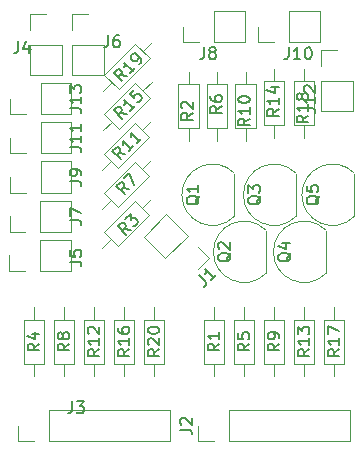
<source format=gbr>
G04 #@! TF.GenerationSoftware,KiCad,Pcbnew,(2017-06-21 revision 375ec9f)-master*
G04 #@! TF.CreationDate,2018-12-30T23:55:28-05:00*
G04 #@! TF.ProjectId,pantry_monitor,70616E7472795F6D6F6E69746F722E6B,rev?*
G04 #@! TF.SameCoordinates,Original
G04 #@! TF.FileFunction,Legend,Top*
G04 #@! TF.FilePolarity,Positive*
%FSLAX46Y46*%
G04 Gerber Fmt 4.6, Leading zero omitted, Abs format (unit mm)*
G04 Created by KiCad (PCBNEW (2017-06-21 revision 375ec9f)-master) date Sun Dec 30 23:55:28 2018*
%MOMM*%
%LPD*%
G01*
G04 APERTURE LIST*
%ADD10C,0.100000*%
%ADD11C,0.120000*%
%ADD12C,0.150000*%
G04 APERTURE END LIST*
D10*
D11*
X114996286Y-110175900D02*
X115752891Y-109419295D01*
X119139932Y-106032254D02*
X118383328Y-106788858D01*
X116361002Y-110027407D02*
X118991440Y-107396970D01*
X115144779Y-108811184D02*
X116361002Y-110027407D01*
X117775216Y-106180746D02*
X115144779Y-108811184D01*
X118991440Y-107396970D02*
X117775216Y-106180746D01*
X124054904Y-110998000D02*
X123114452Y-111938452D01*
X123114452Y-110057548D02*
X124054904Y-110998000D01*
X120335522Y-111040426D02*
X122216426Y-109159522D01*
X118497045Y-109201949D02*
X120335522Y-111040426D01*
X120377949Y-107321045D02*
X118497045Y-109201949D01*
X122216426Y-109159522D02*
X120377949Y-107321045D01*
X125730000Y-126552000D02*
X135950000Y-126552000D01*
X135950000Y-126552000D02*
X135950000Y-123892000D01*
X135950000Y-123892000D02*
X125730000Y-123892000D01*
X125730000Y-123892000D02*
X125730000Y-126552000D01*
X124460000Y-126552000D02*
X123130000Y-126552000D01*
X123130000Y-126552000D02*
X123130000Y-125222000D01*
X107890000Y-126552000D02*
X107890000Y-125222000D01*
X109220000Y-126552000D02*
X107890000Y-126552000D01*
X110490000Y-123892000D02*
X110490000Y-126552000D01*
X120710000Y-123892000D02*
X110490000Y-123892000D01*
X120710000Y-126552000D02*
X120710000Y-123892000D01*
X110490000Y-126552000D02*
X120710000Y-126552000D01*
X108906000Y-90364000D02*
X110236000Y-90364000D01*
X108906000Y-91694000D02*
X108906000Y-90364000D01*
X111566000Y-92964000D02*
X108906000Y-92964000D01*
X111566000Y-95564000D02*
X111566000Y-92964000D01*
X108906000Y-95564000D02*
X111566000Y-95564000D01*
X108906000Y-92964000D02*
X108906000Y-95564000D01*
X109728000Y-112124800D02*
X112328000Y-112124800D01*
X112328000Y-112124800D02*
X112328000Y-109464800D01*
X112328000Y-109464800D02*
X109728000Y-109464800D01*
X109728000Y-109464800D02*
X109728000Y-112124800D01*
X108458000Y-112124800D02*
X107128000Y-112124800D01*
X107128000Y-112124800D02*
X107128000Y-110794800D01*
X112462000Y-90364000D02*
X113792000Y-90364000D01*
X112462000Y-91694000D02*
X112462000Y-90364000D01*
X115122000Y-92964000D02*
X112462000Y-92964000D01*
X115122000Y-95564000D02*
X115122000Y-92964000D01*
X112462000Y-95564000D02*
X115122000Y-95564000D01*
X112462000Y-92964000D02*
X112462000Y-95564000D01*
X107153400Y-108822800D02*
X107153400Y-107492800D01*
X108483400Y-108822800D02*
X107153400Y-108822800D01*
X109753400Y-106162800D02*
X109753400Y-108822800D01*
X112353400Y-106162800D02*
X109753400Y-106162800D01*
X112353400Y-108822800D02*
X112353400Y-106162800D01*
X109753400Y-108822800D02*
X112353400Y-108822800D01*
X124460000Y-92770000D02*
X127060000Y-92770000D01*
X127060000Y-92770000D02*
X127060000Y-90110000D01*
X127060000Y-90110000D02*
X124460000Y-90110000D01*
X124460000Y-90110000D02*
X124460000Y-92770000D01*
X123190000Y-92770000D02*
X121860000Y-92770000D01*
X121860000Y-92770000D02*
X121860000Y-91440000D01*
X109778800Y-105495400D02*
X112378800Y-105495400D01*
X112378800Y-105495400D02*
X112378800Y-102835400D01*
X112378800Y-102835400D02*
X109778800Y-102835400D01*
X109778800Y-102835400D02*
X109778800Y-105495400D01*
X108508800Y-105495400D02*
X107178800Y-105495400D01*
X107178800Y-105495400D02*
X107178800Y-104165400D01*
X130810000Y-92770000D02*
X133410000Y-92770000D01*
X133410000Y-92770000D02*
X133410000Y-90110000D01*
X133410000Y-90110000D02*
X130810000Y-90110000D01*
X130810000Y-90110000D02*
X130810000Y-92770000D01*
X129540000Y-92770000D02*
X128210000Y-92770000D01*
X128210000Y-92770000D02*
X128210000Y-91440000D01*
X107178800Y-102168000D02*
X107178800Y-100838000D01*
X108508800Y-102168000D02*
X107178800Y-102168000D01*
X109778800Y-99508000D02*
X109778800Y-102168000D01*
X112378800Y-99508000D02*
X109778800Y-99508000D01*
X112378800Y-102168000D02*
X112378800Y-99508000D01*
X109778800Y-102168000D02*
X112378800Y-102168000D01*
X133544000Y-93412000D02*
X134874000Y-93412000D01*
X133544000Y-94742000D02*
X133544000Y-93412000D01*
X136204000Y-96012000D02*
X133544000Y-96012000D01*
X136204000Y-98612000D02*
X136204000Y-96012000D01*
X133544000Y-98612000D02*
X136204000Y-98612000D01*
X133544000Y-96012000D02*
X133544000Y-98612000D01*
X109778800Y-98866000D02*
X112378800Y-98866000D01*
X112378800Y-98866000D02*
X112378800Y-96206000D01*
X112378800Y-96206000D02*
X109778800Y-96206000D01*
X109778800Y-96206000D02*
X109778800Y-98866000D01*
X108508800Y-98866000D02*
X107178800Y-98866000D01*
X107178800Y-98866000D02*
X107178800Y-97536000D01*
X124460000Y-115180000D02*
X124460000Y-116250000D01*
X124460000Y-121040000D02*
X124460000Y-119970000D01*
X123600000Y-116250000D02*
X123600000Y-119970000D01*
X125320000Y-116250000D02*
X123600000Y-116250000D01*
X125320000Y-119970000D02*
X125320000Y-116250000D01*
X123600000Y-119970000D02*
X125320000Y-119970000D01*
X122301000Y-101101000D02*
X122301000Y-100031000D01*
X122301000Y-95241000D02*
X122301000Y-96311000D01*
X123161000Y-100031000D02*
X123161000Y-96311000D01*
X121441000Y-100031000D02*
X123161000Y-100031000D01*
X121441000Y-96311000D02*
X121441000Y-100031000D01*
X123161000Y-96311000D02*
X121441000Y-96311000D01*
X108360000Y-119970000D02*
X110080000Y-119970000D01*
X110080000Y-119970000D02*
X110080000Y-116250000D01*
X110080000Y-116250000D02*
X108360000Y-116250000D01*
X108360000Y-116250000D02*
X108360000Y-119970000D01*
X109220000Y-121040000D02*
X109220000Y-119970000D01*
X109220000Y-115180000D02*
X109220000Y-116250000D01*
X126140000Y-119970000D02*
X127860000Y-119970000D01*
X127860000Y-119970000D02*
X127860000Y-116250000D01*
X127860000Y-116250000D02*
X126140000Y-116250000D01*
X126140000Y-116250000D02*
X126140000Y-119970000D01*
X127000000Y-121040000D02*
X127000000Y-119970000D01*
X127000000Y-115180000D02*
X127000000Y-116250000D01*
X124714000Y-101101000D02*
X124714000Y-100031000D01*
X124714000Y-95241000D02*
X124714000Y-96311000D01*
X125574000Y-100031000D02*
X125574000Y-96311000D01*
X123854000Y-100031000D02*
X125574000Y-100031000D01*
X123854000Y-96311000D02*
X123854000Y-100031000D01*
X125574000Y-96311000D02*
X123854000Y-96311000D01*
X118991440Y-104094970D02*
X117775216Y-102878746D01*
X117775216Y-102878746D02*
X115144779Y-105509184D01*
X115144779Y-105509184D02*
X116361002Y-106725407D01*
X116361002Y-106725407D02*
X118991440Y-104094970D01*
X119139932Y-102730254D02*
X118383328Y-103486858D01*
X114996286Y-106873900D02*
X115752891Y-106117295D01*
X111760000Y-115180000D02*
X111760000Y-116250000D01*
X111760000Y-121040000D02*
X111760000Y-119970000D01*
X110900000Y-116250000D02*
X110900000Y-119970000D01*
X112620000Y-116250000D02*
X110900000Y-116250000D01*
X112620000Y-119970000D02*
X112620000Y-116250000D01*
X110900000Y-119970000D02*
X112620000Y-119970000D01*
X129540000Y-115180000D02*
X129540000Y-116250000D01*
X129540000Y-121040000D02*
X129540000Y-119970000D01*
X128680000Y-116250000D02*
X128680000Y-119970000D01*
X130400000Y-116250000D02*
X128680000Y-116250000D01*
X130400000Y-119970000D02*
X130400000Y-116250000D01*
X128680000Y-119970000D02*
X130400000Y-119970000D01*
X127127000Y-101101000D02*
X127127000Y-100031000D01*
X127127000Y-95241000D02*
X127127000Y-96311000D01*
X127987000Y-100031000D02*
X127987000Y-96311000D01*
X126267000Y-100031000D02*
X127987000Y-100031000D01*
X126267000Y-96311000D02*
X126267000Y-100031000D01*
X127987000Y-96311000D02*
X126267000Y-96311000D01*
X118990254Y-100767570D02*
X117774030Y-99551346D01*
X117774030Y-99551346D02*
X115143593Y-102181784D01*
X115143593Y-102181784D02*
X116359816Y-103398007D01*
X116359816Y-103398007D02*
X118990254Y-100767570D01*
X119138746Y-99402854D02*
X118382142Y-100159458D01*
X114995100Y-103546500D02*
X115751705Y-102789895D01*
X113440000Y-119970000D02*
X115160000Y-119970000D01*
X115160000Y-119970000D02*
X115160000Y-116250000D01*
X115160000Y-116250000D02*
X113440000Y-116250000D01*
X113440000Y-116250000D02*
X113440000Y-119970000D01*
X114300000Y-121040000D02*
X114300000Y-119970000D01*
X114300000Y-115180000D02*
X114300000Y-116250000D01*
X132080000Y-115180000D02*
X132080000Y-116250000D01*
X132080000Y-121040000D02*
X132080000Y-119970000D01*
X131220000Y-116250000D02*
X131220000Y-119970000D01*
X132940000Y-116250000D02*
X131220000Y-116250000D01*
X132940000Y-119970000D02*
X132940000Y-116250000D01*
X131220000Y-119970000D02*
X132940000Y-119970000D01*
X129540000Y-100847000D02*
X129540000Y-99777000D01*
X129540000Y-94987000D02*
X129540000Y-96057000D01*
X130400000Y-99777000D02*
X130400000Y-96057000D01*
X128680000Y-99777000D02*
X130400000Y-99777000D01*
X128680000Y-96057000D02*
X128680000Y-99777000D01*
X130400000Y-96057000D02*
X128680000Y-96057000D01*
X115020500Y-100219100D02*
X115777105Y-99462495D01*
X119164146Y-96075454D02*
X118407542Y-96832058D01*
X116385216Y-100070607D02*
X119015654Y-97440170D01*
X115168993Y-98854384D02*
X116385216Y-100070607D01*
X117799430Y-96223946D02*
X115168993Y-98854384D01*
X119015654Y-97440170D02*
X117799430Y-96223946D01*
X115980000Y-119970000D02*
X117700000Y-119970000D01*
X117700000Y-119970000D02*
X117700000Y-116250000D01*
X117700000Y-116250000D02*
X115980000Y-116250000D01*
X115980000Y-116250000D02*
X115980000Y-119970000D01*
X116840000Y-121040000D02*
X116840000Y-119970000D01*
X116840000Y-115180000D02*
X116840000Y-116250000D01*
X133760000Y-119970000D02*
X135480000Y-119970000D01*
X135480000Y-119970000D02*
X135480000Y-116250000D01*
X135480000Y-116250000D02*
X133760000Y-116250000D01*
X133760000Y-116250000D02*
X133760000Y-119970000D01*
X134620000Y-121040000D02*
X134620000Y-119970000D01*
X134620000Y-115180000D02*
X134620000Y-116250000D01*
X132940000Y-96057000D02*
X131220000Y-96057000D01*
X131220000Y-96057000D02*
X131220000Y-99777000D01*
X131220000Y-99777000D02*
X132940000Y-99777000D01*
X132940000Y-99777000D02*
X132940000Y-96057000D01*
X132080000Y-94987000D02*
X132080000Y-96057000D01*
X132080000Y-100847000D02*
X132080000Y-99777000D01*
X115020500Y-96891700D02*
X115777105Y-96135095D01*
X119164146Y-92748054D02*
X118407542Y-93504658D01*
X116385216Y-96743207D02*
X119015654Y-94112770D01*
X115168993Y-95526984D02*
X116385216Y-96743207D01*
X117799430Y-92896546D02*
X115168993Y-95526984D01*
X119015654Y-94112770D02*
X117799430Y-92896546D01*
X118520000Y-119970000D02*
X120240000Y-119970000D01*
X120240000Y-119970000D02*
X120240000Y-116250000D01*
X120240000Y-116250000D02*
X118520000Y-116250000D01*
X118520000Y-116250000D02*
X118520000Y-119970000D01*
X119380000Y-121040000D02*
X119380000Y-119970000D01*
X119380000Y-115180000D02*
X119380000Y-116250000D01*
X126171478Y-103825522D02*
G75*
G03X121733000Y-105664000I-1838478J-1838478D01*
G01*
X126171478Y-107502478D02*
G75*
G02X121733000Y-105664000I-1838478J1838478D01*
G01*
X126183000Y-107464000D02*
X126183000Y-103864000D01*
X128850000Y-112290000D02*
X128850000Y-108690000D01*
X128838478Y-112328478D02*
G75*
G02X124400000Y-110490000I-1838478J1838478D01*
G01*
X128838478Y-108651522D02*
G75*
G03X124400000Y-110490000I-1838478J-1838478D01*
G01*
X131378478Y-103825522D02*
G75*
G03X126940000Y-105664000I-1838478J-1838478D01*
G01*
X131378478Y-107502478D02*
G75*
G02X126940000Y-105664000I-1838478J1838478D01*
G01*
X131390000Y-107464000D02*
X131390000Y-103864000D01*
X133930000Y-112290000D02*
X133930000Y-108690000D01*
X133918478Y-112328478D02*
G75*
G02X129480000Y-110490000I-1838478J1838478D01*
G01*
X133918478Y-108651522D02*
G75*
G03X129480000Y-110490000I-1838478J-1838478D01*
G01*
X136331478Y-103825522D02*
G75*
G03X131893000Y-105664000I-1838478J-1838478D01*
G01*
X136331478Y-107502478D02*
G75*
G02X131893000Y-105664000I-1838478J1838478D01*
G01*
X136343000Y-107464000D02*
X136343000Y-103864000D01*
D12*
X117423030Y-108641732D02*
X116850610Y-108540717D01*
X117018969Y-109045793D02*
X116311862Y-108338687D01*
X116581236Y-108069312D01*
X116682251Y-108035641D01*
X116749595Y-108035641D01*
X116850610Y-108069312D01*
X116951625Y-108170328D01*
X116985297Y-108271343D01*
X116985297Y-108338687D01*
X116951625Y-108439702D01*
X116682251Y-108709076D01*
X116951625Y-107698923D02*
X117389358Y-107261190D01*
X117423030Y-107766267D01*
X117524045Y-107665251D01*
X117625061Y-107631580D01*
X117692404Y-107631580D01*
X117793419Y-107665251D01*
X117961778Y-107833610D01*
X117995450Y-107934625D01*
X117995450Y-108001969D01*
X117961778Y-108102984D01*
X117759748Y-108305015D01*
X117658732Y-108338687D01*
X117591389Y-108338687D01*
X123198631Y-112494036D02*
X123703707Y-112999112D01*
X123771051Y-113133799D01*
X123771051Y-113268486D01*
X123703707Y-113403173D01*
X123636364Y-113470516D01*
X124612845Y-112494036D02*
X124208784Y-112898097D01*
X124410814Y-112696066D02*
X123703707Y-111988959D01*
X123737379Y-112157318D01*
X123737379Y-112292005D01*
X123703707Y-112393020D01*
X121582380Y-125555333D02*
X122296666Y-125555333D01*
X122439523Y-125602952D01*
X122534761Y-125698190D01*
X122582380Y-125841047D01*
X122582380Y-125936285D01*
X121677619Y-125126761D02*
X121630000Y-125079142D01*
X121582380Y-124983904D01*
X121582380Y-124745809D01*
X121630000Y-124650571D01*
X121677619Y-124602952D01*
X121772857Y-124555333D01*
X121868095Y-124555333D01*
X122010952Y-124602952D01*
X122582380Y-125174380D01*
X122582380Y-124555333D01*
X112442666Y-123150380D02*
X112442666Y-123864666D01*
X112395047Y-124007523D01*
X112299809Y-124102761D01*
X112156952Y-124150380D01*
X112061714Y-124150380D01*
X112823619Y-123150380D02*
X113442666Y-123150380D01*
X113109333Y-123531333D01*
X113252190Y-123531333D01*
X113347428Y-123578952D01*
X113395047Y-123626571D01*
X113442666Y-123721809D01*
X113442666Y-123959904D01*
X113395047Y-124055142D01*
X113347428Y-124102761D01*
X113252190Y-124150380D01*
X112966476Y-124150380D01*
X112871238Y-124102761D01*
X112823619Y-124055142D01*
X107870666Y-92670380D02*
X107870666Y-93384666D01*
X107823047Y-93527523D01*
X107727809Y-93622761D01*
X107584952Y-93670380D01*
X107489714Y-93670380D01*
X108775428Y-93003714D02*
X108775428Y-93670380D01*
X108537333Y-92622761D02*
X108299238Y-93337047D01*
X108918285Y-93337047D01*
X112228380Y-111331333D02*
X112942666Y-111331333D01*
X113085523Y-111378952D01*
X113180761Y-111474190D01*
X113228380Y-111617047D01*
X113228380Y-111712285D01*
X112228380Y-110378952D02*
X112228380Y-110855142D01*
X112704571Y-110902761D01*
X112656952Y-110855142D01*
X112609333Y-110759904D01*
X112609333Y-110521809D01*
X112656952Y-110426571D01*
X112704571Y-110378952D01*
X112799809Y-110331333D01*
X113037904Y-110331333D01*
X113133142Y-110378952D01*
X113180761Y-110426571D01*
X113228380Y-110521809D01*
X113228380Y-110759904D01*
X113180761Y-110855142D01*
X113133142Y-110902761D01*
X115490666Y-92162380D02*
X115490666Y-92876666D01*
X115443047Y-93019523D01*
X115347809Y-93114761D01*
X115204952Y-93162380D01*
X115109714Y-93162380D01*
X116395428Y-92162380D02*
X116204952Y-92162380D01*
X116109714Y-92210000D01*
X116062095Y-92257619D01*
X115966857Y-92400476D01*
X115919238Y-92590952D01*
X115919238Y-92971904D01*
X115966857Y-93067142D01*
X116014476Y-93114761D01*
X116109714Y-93162380D01*
X116300190Y-93162380D01*
X116395428Y-93114761D01*
X116443047Y-93067142D01*
X116490666Y-92971904D01*
X116490666Y-92733809D01*
X116443047Y-92638571D01*
X116395428Y-92590952D01*
X116300190Y-92543333D01*
X116109714Y-92543333D01*
X116014476Y-92590952D01*
X115966857Y-92638571D01*
X115919238Y-92733809D01*
X112228380Y-107826133D02*
X112942666Y-107826133D01*
X113085523Y-107873752D01*
X113180761Y-107968990D01*
X113228380Y-108111847D01*
X113228380Y-108207085D01*
X112228380Y-107445180D02*
X112228380Y-106778514D01*
X113228380Y-107207085D01*
X123618666Y-93178380D02*
X123618666Y-93892666D01*
X123571047Y-94035523D01*
X123475809Y-94130761D01*
X123332952Y-94178380D01*
X123237714Y-94178380D01*
X124237714Y-93606952D02*
X124142476Y-93559333D01*
X124094857Y-93511714D01*
X124047238Y-93416476D01*
X124047238Y-93368857D01*
X124094857Y-93273619D01*
X124142476Y-93226000D01*
X124237714Y-93178380D01*
X124428190Y-93178380D01*
X124523428Y-93226000D01*
X124571047Y-93273619D01*
X124618666Y-93368857D01*
X124618666Y-93416476D01*
X124571047Y-93511714D01*
X124523428Y-93559333D01*
X124428190Y-93606952D01*
X124237714Y-93606952D01*
X124142476Y-93654571D01*
X124094857Y-93702190D01*
X124047238Y-93797428D01*
X124047238Y-93987904D01*
X124094857Y-94083142D01*
X124142476Y-94130761D01*
X124237714Y-94178380D01*
X124428190Y-94178380D01*
X124523428Y-94130761D01*
X124571047Y-94083142D01*
X124618666Y-93987904D01*
X124618666Y-93797428D01*
X124571047Y-93702190D01*
X124523428Y-93654571D01*
X124428190Y-93606952D01*
X112228380Y-104498733D02*
X112942666Y-104498733D01*
X113085523Y-104546352D01*
X113180761Y-104641590D01*
X113228380Y-104784447D01*
X113228380Y-104879685D01*
X113228380Y-103974923D02*
X113228380Y-103784447D01*
X113180761Y-103689209D01*
X113133142Y-103641590D01*
X112990285Y-103546352D01*
X112799809Y-103498733D01*
X112418857Y-103498733D01*
X112323619Y-103546352D01*
X112276000Y-103593971D01*
X112228380Y-103689209D01*
X112228380Y-103879685D01*
X112276000Y-103974923D01*
X112323619Y-104022542D01*
X112418857Y-104070161D01*
X112656952Y-104070161D01*
X112752190Y-104022542D01*
X112799809Y-103974923D01*
X112847428Y-103879685D01*
X112847428Y-103689209D01*
X112799809Y-103593971D01*
X112752190Y-103546352D01*
X112656952Y-103498733D01*
X130762476Y-93178380D02*
X130762476Y-93892666D01*
X130714857Y-94035523D01*
X130619619Y-94130761D01*
X130476761Y-94178380D01*
X130381523Y-94178380D01*
X131762476Y-94178380D02*
X131191047Y-94178380D01*
X131476761Y-94178380D02*
X131476761Y-93178380D01*
X131381523Y-93321238D01*
X131286285Y-93416476D01*
X131191047Y-93464095D01*
X132381523Y-93178380D02*
X132476761Y-93178380D01*
X132572000Y-93226000D01*
X132619619Y-93273619D01*
X132667238Y-93368857D01*
X132714857Y-93559333D01*
X132714857Y-93797428D01*
X132667238Y-93987904D01*
X132619619Y-94083142D01*
X132572000Y-94130761D01*
X132476761Y-94178380D01*
X132381523Y-94178380D01*
X132286285Y-94130761D01*
X132238666Y-94083142D01*
X132191047Y-93987904D01*
X132143428Y-93797428D01*
X132143428Y-93559333D01*
X132191047Y-93368857D01*
X132238666Y-93273619D01*
X132286285Y-93226000D01*
X132381523Y-93178380D01*
X112228380Y-101647523D02*
X112942666Y-101647523D01*
X113085523Y-101695142D01*
X113180761Y-101790380D01*
X113228380Y-101933238D01*
X113228380Y-102028476D01*
X113228380Y-100647523D02*
X113228380Y-101218952D01*
X113228380Y-100933238D02*
X112228380Y-100933238D01*
X112371238Y-101028476D01*
X112466476Y-101123714D01*
X112514095Y-101218952D01*
X113228380Y-99695142D02*
X113228380Y-100266571D01*
X113228380Y-99980857D02*
X112228380Y-99980857D01*
X112371238Y-100076095D01*
X112466476Y-100171333D01*
X112514095Y-100266571D01*
X132040380Y-98345523D02*
X132754666Y-98345523D01*
X132897523Y-98393142D01*
X132992761Y-98488380D01*
X133040380Y-98631238D01*
X133040380Y-98726476D01*
X133040380Y-97345523D02*
X133040380Y-97916952D01*
X133040380Y-97631238D02*
X132040380Y-97631238D01*
X132183238Y-97726476D01*
X132278476Y-97821714D01*
X132326095Y-97916952D01*
X132135619Y-96964571D02*
X132088000Y-96916952D01*
X132040380Y-96821714D01*
X132040380Y-96583619D01*
X132088000Y-96488380D01*
X132135619Y-96440761D01*
X132230857Y-96393142D01*
X132326095Y-96393142D01*
X132468952Y-96440761D01*
X133040380Y-97012190D01*
X133040380Y-96393142D01*
X112228380Y-98345523D02*
X112942666Y-98345523D01*
X113085523Y-98393142D01*
X113180761Y-98488380D01*
X113228380Y-98631238D01*
X113228380Y-98726476D01*
X113228380Y-97345523D02*
X113228380Y-97916952D01*
X113228380Y-97631238D02*
X112228380Y-97631238D01*
X112371238Y-97726476D01*
X112466476Y-97821714D01*
X112514095Y-97916952D01*
X112228380Y-97012190D02*
X112228380Y-96393142D01*
X112609333Y-96726476D01*
X112609333Y-96583619D01*
X112656952Y-96488380D01*
X112704571Y-96440761D01*
X112799809Y-96393142D01*
X113037904Y-96393142D01*
X113133142Y-96440761D01*
X113180761Y-96488380D01*
X113228380Y-96583619D01*
X113228380Y-96869333D01*
X113180761Y-96964571D01*
X113133142Y-97012190D01*
X124912380Y-118276666D02*
X124436190Y-118610000D01*
X124912380Y-118848095D02*
X123912380Y-118848095D01*
X123912380Y-118467142D01*
X123960000Y-118371904D01*
X124007619Y-118324285D01*
X124102857Y-118276666D01*
X124245714Y-118276666D01*
X124340952Y-118324285D01*
X124388571Y-118371904D01*
X124436190Y-118467142D01*
X124436190Y-118848095D01*
X124912380Y-117324285D02*
X124912380Y-117895714D01*
X124912380Y-117610000D02*
X123912380Y-117610000D01*
X124055238Y-117705238D01*
X124150476Y-117800476D01*
X124198095Y-117895714D01*
X122671644Y-98733238D02*
X122195454Y-99066572D01*
X122671644Y-99304667D02*
X121671644Y-99304667D01*
X121671644Y-98923714D01*
X121719264Y-98828476D01*
X121766883Y-98780857D01*
X121862121Y-98733238D01*
X122004978Y-98733238D01*
X122100216Y-98780857D01*
X122147835Y-98828476D01*
X122195454Y-98923714D01*
X122195454Y-99304667D01*
X121766883Y-98352286D02*
X121719264Y-98304667D01*
X121671644Y-98209429D01*
X121671644Y-97971333D01*
X121719264Y-97876095D01*
X121766883Y-97828476D01*
X121862121Y-97780857D01*
X121957359Y-97780857D01*
X122100216Y-97828476D01*
X122671644Y-98399905D01*
X122671644Y-97780857D01*
X109672380Y-118276666D02*
X109196190Y-118610000D01*
X109672380Y-118848095D02*
X108672380Y-118848095D01*
X108672380Y-118467142D01*
X108720000Y-118371904D01*
X108767619Y-118324285D01*
X108862857Y-118276666D01*
X109005714Y-118276666D01*
X109100952Y-118324285D01*
X109148571Y-118371904D01*
X109196190Y-118467142D01*
X109196190Y-118848095D01*
X109005714Y-117419523D02*
X109672380Y-117419523D01*
X108624761Y-117657619D02*
X109339047Y-117895714D01*
X109339047Y-117276666D01*
X127452380Y-118276666D02*
X126976190Y-118610000D01*
X127452380Y-118848095D02*
X126452380Y-118848095D01*
X126452380Y-118467142D01*
X126500000Y-118371904D01*
X126547619Y-118324285D01*
X126642857Y-118276666D01*
X126785714Y-118276666D01*
X126880952Y-118324285D01*
X126928571Y-118371904D01*
X126976190Y-118467142D01*
X126976190Y-118848095D01*
X126452380Y-117371904D02*
X126452380Y-117848095D01*
X126928571Y-117895714D01*
X126880952Y-117848095D01*
X126833333Y-117752857D01*
X126833333Y-117514761D01*
X126880952Y-117419523D01*
X126928571Y-117371904D01*
X127023809Y-117324285D01*
X127261904Y-117324285D01*
X127357142Y-117371904D01*
X127404761Y-117419523D01*
X127452380Y-117514761D01*
X127452380Y-117752857D01*
X127404761Y-117848095D01*
X127357142Y-117895714D01*
X125118673Y-98166297D02*
X124642483Y-98499631D01*
X125118673Y-98737726D02*
X124118673Y-98737726D01*
X124118673Y-98356773D01*
X124166293Y-98261535D01*
X124213912Y-98213916D01*
X124309150Y-98166297D01*
X124452007Y-98166297D01*
X124547245Y-98213916D01*
X124594864Y-98261535D01*
X124642483Y-98356773D01*
X124642483Y-98737726D01*
X124118673Y-97309154D02*
X124118673Y-97499631D01*
X124166293Y-97594869D01*
X124213912Y-97642488D01*
X124356769Y-97737726D01*
X124547245Y-97785345D01*
X124928197Y-97785345D01*
X125023435Y-97737726D01*
X125071054Y-97690107D01*
X125118673Y-97594869D01*
X125118673Y-97404392D01*
X125071054Y-97309154D01*
X125023435Y-97261535D01*
X124928197Y-97213916D01*
X124690102Y-97213916D01*
X124594864Y-97261535D01*
X124547245Y-97309154D01*
X124499626Y-97404392D01*
X124499626Y-97594869D01*
X124547245Y-97690107D01*
X124594864Y-97737726D01*
X124690102Y-97785345D01*
X117296030Y-105212732D02*
X116723610Y-105111717D01*
X116891969Y-105616793D02*
X116184862Y-104909687D01*
X116454236Y-104640312D01*
X116555251Y-104606641D01*
X116622595Y-104606641D01*
X116723610Y-104640312D01*
X116824625Y-104741328D01*
X116858297Y-104842343D01*
X116858297Y-104909687D01*
X116824625Y-105010702D01*
X116555251Y-105280076D01*
X116824625Y-104269923D02*
X117296030Y-103798519D01*
X117700091Y-104808671D01*
X112212380Y-118276666D02*
X111736190Y-118610000D01*
X112212380Y-118848095D02*
X111212380Y-118848095D01*
X111212380Y-118467142D01*
X111260000Y-118371904D01*
X111307619Y-118324285D01*
X111402857Y-118276666D01*
X111545714Y-118276666D01*
X111640952Y-118324285D01*
X111688571Y-118371904D01*
X111736190Y-118467142D01*
X111736190Y-118848095D01*
X111640952Y-117705238D02*
X111593333Y-117800476D01*
X111545714Y-117848095D01*
X111450476Y-117895714D01*
X111402857Y-117895714D01*
X111307619Y-117848095D01*
X111260000Y-117800476D01*
X111212380Y-117705238D01*
X111212380Y-117514761D01*
X111260000Y-117419523D01*
X111307619Y-117371904D01*
X111402857Y-117324285D01*
X111450476Y-117324285D01*
X111545714Y-117371904D01*
X111593333Y-117419523D01*
X111640952Y-117514761D01*
X111640952Y-117705238D01*
X111688571Y-117800476D01*
X111736190Y-117848095D01*
X111831428Y-117895714D01*
X112021904Y-117895714D01*
X112117142Y-117848095D01*
X112164761Y-117800476D01*
X112212380Y-117705238D01*
X112212380Y-117514761D01*
X112164761Y-117419523D01*
X112117142Y-117371904D01*
X112021904Y-117324285D01*
X111831428Y-117324285D01*
X111736190Y-117371904D01*
X111688571Y-117419523D01*
X111640952Y-117514761D01*
X129992380Y-118276666D02*
X129516190Y-118610000D01*
X129992380Y-118848095D02*
X128992380Y-118848095D01*
X128992380Y-118467142D01*
X129040000Y-118371904D01*
X129087619Y-118324285D01*
X129182857Y-118276666D01*
X129325714Y-118276666D01*
X129420952Y-118324285D01*
X129468571Y-118371904D01*
X129516190Y-118467142D01*
X129516190Y-118848095D01*
X129992380Y-117800476D02*
X129992380Y-117610000D01*
X129944761Y-117514761D01*
X129897142Y-117467142D01*
X129754285Y-117371904D01*
X129563809Y-117324285D01*
X129182857Y-117324285D01*
X129087619Y-117371904D01*
X129040000Y-117419523D01*
X128992380Y-117514761D01*
X128992380Y-117705238D01*
X129040000Y-117800476D01*
X129087619Y-117848095D01*
X129182857Y-117895714D01*
X129420952Y-117895714D01*
X129516190Y-117848095D01*
X129563809Y-117800476D01*
X129611428Y-117705238D01*
X129611428Y-117514761D01*
X129563809Y-117419523D01*
X129516190Y-117371904D01*
X129420952Y-117324285D01*
X127497644Y-99209429D02*
X127021454Y-99542762D01*
X127497644Y-99780857D02*
X126497644Y-99780857D01*
X126497644Y-99399905D01*
X126545264Y-99304667D01*
X126592883Y-99257048D01*
X126688121Y-99209429D01*
X126830978Y-99209429D01*
X126926216Y-99257048D01*
X126973835Y-99304667D01*
X127021454Y-99399905D01*
X127021454Y-99780857D01*
X127497644Y-98257048D02*
X127497644Y-98828476D01*
X127497644Y-98542762D02*
X126497644Y-98542762D01*
X126640502Y-98638000D01*
X126735740Y-98733238D01*
X126783359Y-98828476D01*
X126497644Y-97638000D02*
X126497644Y-97542762D01*
X126545264Y-97447524D01*
X126592883Y-97399905D01*
X126688121Y-97352286D01*
X126878597Y-97304667D01*
X127116692Y-97304667D01*
X127307168Y-97352286D01*
X127402406Y-97399905D01*
X127450025Y-97447524D01*
X127497644Y-97542762D01*
X127497644Y-97638000D01*
X127450025Y-97733238D01*
X127402406Y-97780857D01*
X127307168Y-97828476D01*
X127116692Y-97876095D01*
X126878597Y-97876095D01*
X126688121Y-97828476D01*
X126592883Y-97780857D01*
X126545264Y-97733238D01*
X126497644Y-97638000D01*
X116959312Y-102247450D02*
X116386893Y-102146435D01*
X116555251Y-102651511D02*
X115848145Y-101944404D01*
X116117519Y-101675030D01*
X116218534Y-101641358D01*
X116285877Y-101641358D01*
X116386893Y-101675030D01*
X116487908Y-101776045D01*
X116521580Y-101877061D01*
X116521580Y-101944404D01*
X116487908Y-102045419D01*
X116218534Y-102314793D01*
X117632748Y-101574015D02*
X117228687Y-101978076D01*
X117430717Y-101776045D02*
X116723610Y-101068938D01*
X116757282Y-101237297D01*
X116757282Y-101371984D01*
X116723610Y-101473000D01*
X118306183Y-100900580D02*
X117902122Y-101304641D01*
X118104152Y-101102610D02*
X117397045Y-100395503D01*
X117430717Y-100563862D01*
X117430717Y-100698549D01*
X117397045Y-100799564D01*
X114752380Y-118752857D02*
X114276190Y-119086190D01*
X114752380Y-119324285D02*
X113752380Y-119324285D01*
X113752380Y-118943333D01*
X113800000Y-118848095D01*
X113847619Y-118800476D01*
X113942857Y-118752857D01*
X114085714Y-118752857D01*
X114180952Y-118800476D01*
X114228571Y-118848095D01*
X114276190Y-118943333D01*
X114276190Y-119324285D01*
X114752380Y-117800476D02*
X114752380Y-118371904D01*
X114752380Y-118086190D02*
X113752380Y-118086190D01*
X113895238Y-118181428D01*
X113990476Y-118276666D01*
X114038095Y-118371904D01*
X113847619Y-117419523D02*
X113800000Y-117371904D01*
X113752380Y-117276666D01*
X113752380Y-117038571D01*
X113800000Y-116943333D01*
X113847619Y-116895714D01*
X113942857Y-116848095D01*
X114038095Y-116848095D01*
X114180952Y-116895714D01*
X114752380Y-117467142D01*
X114752380Y-116848095D01*
X132532380Y-118752857D02*
X132056190Y-119086190D01*
X132532380Y-119324285D02*
X131532380Y-119324285D01*
X131532380Y-118943333D01*
X131580000Y-118848095D01*
X131627619Y-118800476D01*
X131722857Y-118752857D01*
X131865714Y-118752857D01*
X131960952Y-118800476D01*
X132008571Y-118848095D01*
X132056190Y-118943333D01*
X132056190Y-119324285D01*
X132532380Y-117800476D02*
X132532380Y-118371904D01*
X132532380Y-118086190D02*
X131532380Y-118086190D01*
X131675238Y-118181428D01*
X131770476Y-118276666D01*
X131818095Y-118371904D01*
X131532380Y-117467142D02*
X131532380Y-116848095D01*
X131913333Y-117181428D01*
X131913333Y-117038571D01*
X131960952Y-116943333D01*
X132008571Y-116895714D01*
X132103809Y-116848095D01*
X132341904Y-116848095D01*
X132437142Y-116895714D01*
X132484761Y-116943333D01*
X132532380Y-117038571D01*
X132532380Y-117324285D01*
X132484761Y-117419523D01*
X132437142Y-117467142D01*
X129944673Y-98388488D02*
X129468483Y-98721821D01*
X129944673Y-98959916D02*
X128944673Y-98959916D01*
X128944673Y-98578964D01*
X128992293Y-98483726D01*
X129039912Y-98436107D01*
X129135150Y-98388488D01*
X129278007Y-98388488D01*
X129373245Y-98436107D01*
X129420864Y-98483726D01*
X129468483Y-98578964D01*
X129468483Y-98959916D01*
X129944673Y-97436107D02*
X129944673Y-98007535D01*
X129944673Y-97721821D02*
X128944673Y-97721821D01*
X129087531Y-97817059D01*
X129182769Y-97912297D01*
X129230388Y-98007535D01*
X129278007Y-96578964D02*
X129944673Y-96578964D01*
X128897054Y-96817059D02*
X129611340Y-97055154D01*
X129611340Y-96436107D01*
X117086312Y-98818450D02*
X116513893Y-98717435D01*
X116682251Y-99222511D02*
X115975145Y-98515404D01*
X116244519Y-98246030D01*
X116345534Y-98212358D01*
X116412877Y-98212358D01*
X116513893Y-98246030D01*
X116614908Y-98347045D01*
X116648580Y-98448061D01*
X116648580Y-98515404D01*
X116614908Y-98616419D01*
X116345534Y-98885793D01*
X117759748Y-98145015D02*
X117355687Y-98549076D01*
X117557717Y-98347045D02*
X116850610Y-97639938D01*
X116884282Y-97808297D01*
X116884282Y-97942984D01*
X116850610Y-98044000D01*
X117692404Y-96798145D02*
X117355687Y-97134862D01*
X117658732Y-97505251D01*
X117658732Y-97437908D01*
X117692404Y-97336893D01*
X117860763Y-97168534D01*
X117961778Y-97134862D01*
X118029122Y-97134862D01*
X118130137Y-97168534D01*
X118298496Y-97336893D01*
X118332167Y-97437908D01*
X118332167Y-97505251D01*
X118298496Y-97606267D01*
X118130137Y-97774625D01*
X118029122Y-97808297D01*
X117961778Y-97808297D01*
X117292380Y-118752857D02*
X116816190Y-119086190D01*
X117292380Y-119324285D02*
X116292380Y-119324285D01*
X116292380Y-118943333D01*
X116340000Y-118848095D01*
X116387619Y-118800476D01*
X116482857Y-118752857D01*
X116625714Y-118752857D01*
X116720952Y-118800476D01*
X116768571Y-118848095D01*
X116816190Y-118943333D01*
X116816190Y-119324285D01*
X117292380Y-117800476D02*
X117292380Y-118371904D01*
X117292380Y-118086190D02*
X116292380Y-118086190D01*
X116435238Y-118181428D01*
X116530476Y-118276666D01*
X116578095Y-118371904D01*
X116292380Y-116943333D02*
X116292380Y-117133809D01*
X116340000Y-117229047D01*
X116387619Y-117276666D01*
X116530476Y-117371904D01*
X116720952Y-117419523D01*
X117101904Y-117419523D01*
X117197142Y-117371904D01*
X117244761Y-117324285D01*
X117292380Y-117229047D01*
X117292380Y-117038571D01*
X117244761Y-116943333D01*
X117197142Y-116895714D01*
X117101904Y-116848095D01*
X116863809Y-116848095D01*
X116768571Y-116895714D01*
X116720952Y-116943333D01*
X116673333Y-117038571D01*
X116673333Y-117229047D01*
X116720952Y-117324285D01*
X116768571Y-117371904D01*
X116863809Y-117419523D01*
X135072380Y-118752857D02*
X134596190Y-119086190D01*
X135072380Y-119324285D02*
X134072380Y-119324285D01*
X134072380Y-118943333D01*
X134120000Y-118848095D01*
X134167619Y-118800476D01*
X134262857Y-118752857D01*
X134405714Y-118752857D01*
X134500952Y-118800476D01*
X134548571Y-118848095D01*
X134596190Y-118943333D01*
X134596190Y-119324285D01*
X135072380Y-117800476D02*
X135072380Y-118371904D01*
X135072380Y-118086190D02*
X134072380Y-118086190D01*
X134215238Y-118181428D01*
X134310476Y-118276666D01*
X134358095Y-118371904D01*
X134072380Y-117467142D02*
X134072380Y-116800476D01*
X135072380Y-117229047D01*
X132450644Y-98955429D02*
X131974454Y-99288762D01*
X132450644Y-99526857D02*
X131450644Y-99526857D01*
X131450644Y-99145905D01*
X131498264Y-99050667D01*
X131545883Y-99003048D01*
X131641121Y-98955429D01*
X131783978Y-98955429D01*
X131879216Y-99003048D01*
X131926835Y-99050667D01*
X131974454Y-99145905D01*
X131974454Y-99526857D01*
X132450644Y-98003048D02*
X132450644Y-98574476D01*
X132450644Y-98288762D02*
X131450644Y-98288762D01*
X131593502Y-98384000D01*
X131688740Y-98479238D01*
X131736359Y-98574476D01*
X131879216Y-97431619D02*
X131831597Y-97526857D01*
X131783978Y-97574476D01*
X131688740Y-97622095D01*
X131641121Y-97622095D01*
X131545883Y-97574476D01*
X131498264Y-97526857D01*
X131450644Y-97431619D01*
X131450644Y-97241143D01*
X131498264Y-97145905D01*
X131545883Y-97098286D01*
X131641121Y-97050667D01*
X131688740Y-97050667D01*
X131783978Y-97098286D01*
X131831597Y-97145905D01*
X131879216Y-97241143D01*
X131879216Y-97431619D01*
X131926835Y-97526857D01*
X131974454Y-97574476D01*
X132069692Y-97622095D01*
X132260168Y-97622095D01*
X132355406Y-97574476D01*
X132403025Y-97526857D01*
X132450644Y-97431619D01*
X132450644Y-97241143D01*
X132403025Y-97145905D01*
X132355406Y-97098286D01*
X132260168Y-97050667D01*
X132069692Y-97050667D01*
X131974454Y-97098286D01*
X131926835Y-97145905D01*
X131879216Y-97241143D01*
X117086312Y-95643450D02*
X116513893Y-95542435D01*
X116682251Y-96047511D02*
X115975145Y-95340404D01*
X116244519Y-95071030D01*
X116345534Y-95037358D01*
X116412877Y-95037358D01*
X116513893Y-95071030D01*
X116614908Y-95172045D01*
X116648580Y-95273061D01*
X116648580Y-95340404D01*
X116614908Y-95441419D01*
X116345534Y-95710793D01*
X117759748Y-94970015D02*
X117355687Y-95374076D01*
X117557717Y-95172045D02*
X116850610Y-94464938D01*
X116884282Y-94633297D01*
X116884282Y-94767984D01*
X116850610Y-94869000D01*
X118096465Y-94633297D02*
X118231152Y-94498610D01*
X118264824Y-94397595D01*
X118264824Y-94330251D01*
X118231152Y-94161893D01*
X118130137Y-93993534D01*
X117860763Y-93724160D01*
X117759748Y-93690488D01*
X117692404Y-93690488D01*
X117591389Y-93724160D01*
X117456702Y-93858847D01*
X117423030Y-93959862D01*
X117423030Y-94027206D01*
X117456702Y-94128221D01*
X117625061Y-94296580D01*
X117726076Y-94330251D01*
X117793419Y-94330251D01*
X117894435Y-94296580D01*
X118029122Y-94161893D01*
X118062793Y-94060877D01*
X118062793Y-93993534D01*
X118029122Y-93892519D01*
X119832380Y-118752857D02*
X119356190Y-119086190D01*
X119832380Y-119324285D02*
X118832380Y-119324285D01*
X118832380Y-118943333D01*
X118880000Y-118848095D01*
X118927619Y-118800476D01*
X119022857Y-118752857D01*
X119165714Y-118752857D01*
X119260952Y-118800476D01*
X119308571Y-118848095D01*
X119356190Y-118943333D01*
X119356190Y-119324285D01*
X118927619Y-118371904D02*
X118880000Y-118324285D01*
X118832380Y-118229047D01*
X118832380Y-117990952D01*
X118880000Y-117895714D01*
X118927619Y-117848095D01*
X119022857Y-117800476D01*
X119118095Y-117800476D01*
X119260952Y-117848095D01*
X119832380Y-118419523D01*
X119832380Y-117800476D01*
X118832380Y-117181428D02*
X118832380Y-117086190D01*
X118880000Y-116990952D01*
X118927619Y-116943333D01*
X119022857Y-116895714D01*
X119213333Y-116848095D01*
X119451428Y-116848095D01*
X119641904Y-116895714D01*
X119737142Y-116943333D01*
X119784761Y-116990952D01*
X119832380Y-117086190D01*
X119832380Y-117181428D01*
X119784761Y-117276666D01*
X119737142Y-117324285D01*
X119641904Y-117371904D01*
X119451428Y-117419523D01*
X119213333Y-117419523D01*
X119022857Y-117371904D01*
X118927619Y-117324285D01*
X118880000Y-117276666D01*
X118832380Y-117181428D01*
X123225619Y-105759238D02*
X123178000Y-105854476D01*
X123082761Y-105949714D01*
X122939904Y-106092571D01*
X122892285Y-106187809D01*
X122892285Y-106283047D01*
X123130380Y-106235428D02*
X123082761Y-106330666D01*
X122987523Y-106425904D01*
X122797047Y-106473523D01*
X122463714Y-106473523D01*
X122273238Y-106425904D01*
X122178000Y-106330666D01*
X122130380Y-106235428D01*
X122130380Y-106044952D01*
X122178000Y-105949714D01*
X122273238Y-105854476D01*
X122463714Y-105806857D01*
X122797047Y-105806857D01*
X122987523Y-105854476D01*
X123082761Y-105949714D01*
X123130380Y-106044952D01*
X123130380Y-106235428D01*
X123130380Y-104854476D02*
X123130380Y-105425904D01*
X123130380Y-105140190D02*
X122130380Y-105140190D01*
X122273238Y-105235428D01*
X122368476Y-105330666D01*
X122416095Y-105425904D01*
X125892619Y-110585238D02*
X125845000Y-110680476D01*
X125749761Y-110775714D01*
X125606904Y-110918571D01*
X125559285Y-111013809D01*
X125559285Y-111109047D01*
X125797380Y-111061428D02*
X125749761Y-111156666D01*
X125654523Y-111251904D01*
X125464047Y-111299523D01*
X125130714Y-111299523D01*
X124940238Y-111251904D01*
X124845000Y-111156666D01*
X124797380Y-111061428D01*
X124797380Y-110870952D01*
X124845000Y-110775714D01*
X124940238Y-110680476D01*
X125130714Y-110632857D01*
X125464047Y-110632857D01*
X125654523Y-110680476D01*
X125749761Y-110775714D01*
X125797380Y-110870952D01*
X125797380Y-111061428D01*
X124892619Y-110251904D02*
X124845000Y-110204285D01*
X124797380Y-110109047D01*
X124797380Y-109870952D01*
X124845000Y-109775714D01*
X124892619Y-109728095D01*
X124987857Y-109680476D01*
X125083095Y-109680476D01*
X125225952Y-109728095D01*
X125797380Y-110299523D01*
X125797380Y-109680476D01*
X128432619Y-105759238D02*
X128385000Y-105854476D01*
X128289761Y-105949714D01*
X128146904Y-106092571D01*
X128099285Y-106187809D01*
X128099285Y-106283047D01*
X128337380Y-106235428D02*
X128289761Y-106330666D01*
X128194523Y-106425904D01*
X128004047Y-106473523D01*
X127670714Y-106473523D01*
X127480238Y-106425904D01*
X127385000Y-106330666D01*
X127337380Y-106235428D01*
X127337380Y-106044952D01*
X127385000Y-105949714D01*
X127480238Y-105854476D01*
X127670714Y-105806857D01*
X128004047Y-105806857D01*
X128194523Y-105854476D01*
X128289761Y-105949714D01*
X128337380Y-106044952D01*
X128337380Y-106235428D01*
X127337380Y-105473523D02*
X127337380Y-104854476D01*
X127718333Y-105187809D01*
X127718333Y-105044952D01*
X127765952Y-104949714D01*
X127813571Y-104902095D01*
X127908809Y-104854476D01*
X128146904Y-104854476D01*
X128242142Y-104902095D01*
X128289761Y-104949714D01*
X128337380Y-105044952D01*
X128337380Y-105330666D01*
X128289761Y-105425904D01*
X128242142Y-105473523D01*
X130972619Y-110585238D02*
X130925000Y-110680476D01*
X130829761Y-110775714D01*
X130686904Y-110918571D01*
X130639285Y-111013809D01*
X130639285Y-111109047D01*
X130877380Y-111061428D02*
X130829761Y-111156666D01*
X130734523Y-111251904D01*
X130544047Y-111299523D01*
X130210714Y-111299523D01*
X130020238Y-111251904D01*
X129925000Y-111156666D01*
X129877380Y-111061428D01*
X129877380Y-110870952D01*
X129925000Y-110775714D01*
X130020238Y-110680476D01*
X130210714Y-110632857D01*
X130544047Y-110632857D01*
X130734523Y-110680476D01*
X130829761Y-110775714D01*
X130877380Y-110870952D01*
X130877380Y-111061428D01*
X130210714Y-109775714D02*
X130877380Y-109775714D01*
X129829761Y-110013809D02*
X130544047Y-110251904D01*
X130544047Y-109632857D01*
X133385619Y-105759238D02*
X133338000Y-105854476D01*
X133242761Y-105949714D01*
X133099904Y-106092571D01*
X133052285Y-106187809D01*
X133052285Y-106283047D01*
X133290380Y-106235428D02*
X133242761Y-106330666D01*
X133147523Y-106425904D01*
X132957047Y-106473523D01*
X132623714Y-106473523D01*
X132433238Y-106425904D01*
X132338000Y-106330666D01*
X132290380Y-106235428D01*
X132290380Y-106044952D01*
X132338000Y-105949714D01*
X132433238Y-105854476D01*
X132623714Y-105806857D01*
X132957047Y-105806857D01*
X133147523Y-105854476D01*
X133242761Y-105949714D01*
X133290380Y-106044952D01*
X133290380Y-106235428D01*
X132290380Y-104902095D02*
X132290380Y-105378285D01*
X132766571Y-105425904D01*
X132718952Y-105378285D01*
X132671333Y-105283047D01*
X132671333Y-105044952D01*
X132718952Y-104949714D01*
X132766571Y-104902095D01*
X132861809Y-104854476D01*
X133099904Y-104854476D01*
X133195142Y-104902095D01*
X133242761Y-104949714D01*
X133290380Y-105044952D01*
X133290380Y-105283047D01*
X133242761Y-105378285D01*
X133195142Y-105425904D01*
M02*

</source>
